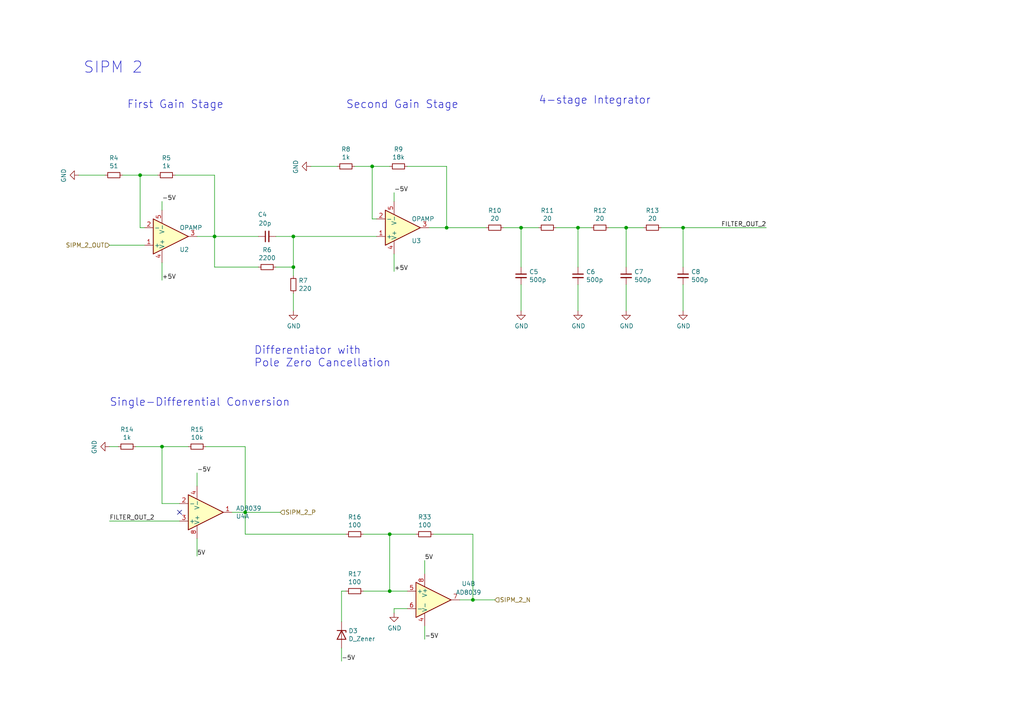
<source format=kicad_sch>
(kicad_sch (version 20211123) (generator eeschema)
  (paper "A4")
  (lib_symbols
    (symbol "Device:C_Small" (pin_numbers hide) (pin_names (offset 0.254) hide)
      (property "Reference" "C" (at 0.254 1.778 0))
      (property "Value" "C_Small" (at 0.254 -2.032 0))
      (symbol "C_Small_0_1"
        (polyline (pts (xy -1.524 -0.508) (xy 1.524 -0.508)) (stroke (width 0.3302)))
        (polyline (pts (xy -1.524 0.508) (xy 1.524 0.508)) (stroke (width 0.3048)))
      )
      (symbol "C_Small_1_1"
        (pin passive line (at 0 2.54 270) (length 2.032) (name "~") (number "1"))
        (pin passive line (at 0 -2.54 90) (length 2.032) (name "~") (number "2"))
      )
    )
    (symbol "Device:D_Zener" (pin_numbers hide) (pin_names (offset 1.016) hide)
      (property "Reference" "D" (at 0 2.54 0))
      (property "Value" "D_Zener" (at 0 -2.54 0))
      (symbol "D_Zener_0_1"
        (polyline (pts (xy 1.27 0) (xy -1.27 0)))
        (polyline (pts (xy -1.27 -1.27) (xy -1.27 1.27) (xy -0.762 1.27)) (stroke (width 0.254)))
        (polyline (pts (xy 1.27 -1.27) (xy 1.27 1.27) (xy -1.27 0) (xy 1.27 -1.27)) (stroke (width 0.254)))
      )
      (symbol "D_Zener_1_1"
        (pin passive line (at -3.81 0 0) (length 2.54) (name "K") (number "1"))
        (pin passive line (at 3.81 0 180) (length 2.54) (name "A") (number "2"))
      )
    )
    (symbol "Device:R_Small" (pin_numbers hide) (pin_names (offset 0.254) hide)
      (property "Reference" "R" (at 0.762 0.508 0))
      (property "Value" "R_Small" (at 0.762 -1.016 0))
      (symbol "R_Small_0_1"
        (rectangle (start -0.762 1.778) (end 0.762 -1.778) (stroke (width 0.2032)))
      )
      (symbol "R_Small_1_1"
        (pin passive line (at 0 2.54 270) (length 0.762) (name "~") (number "1"))
        (pin passive line (at 0 -2.54 90) (length 0.762) (name "~") (number "2"))
      )
    )
    (symbol "nnbar:AD8039" (pin_names (offset 0.254))
      (property "Reference" "U" (at 3.81 3.175 0))
      (property "Value" "AD8039" (at 3.81 -3.175 0))
      (symbol "AD8039_0_1"
        (polyline (pts (xy 5.08 0) (xy -5.08 5.08) (xy -5.08 -5.08) (xy 5.08 0)) (stroke (width 0.254)) (fill (type background)))
      )
      (symbol "AD8039_1_1"
        (pin output line (at 7.62 0 180) (length 2.54) (name "~") (number "1"))
        (pin input line (at -7.62 -2.54 0) (length 2.54) (name "-") (number "2"))
        (pin input line (at -7.62 2.54 0) (length 2.54) (name "+") (number "3"))
        (pin power_in line (at -2.54 -7.62 90) (length 3.81) (name "V-") (number "4"))
        (pin power_in line (at -2.54 7.62 270) (length 3.81) (name "V+") (number "8"))
      )
      (symbol "AD8039_2_1"
        (pin power_in line (at -2.54 -7.62 90) (length 3.81) (name "V-") (number "4"))
        (pin input line (at -7.62 2.54 0) (length 2.54) (name "+") (number "5"))
        (pin input line (at -7.62 -2.54 0) (length 2.54) (name "-") (number "6"))
        (pin output line (at 7.62 0 180) (length 2.54) (name "~") (number "7"))
        (pin power_in line (at -2.54 7.62 270) (length 3.81) (name "V+") (number "8"))
      )
    )
    (symbol "power:GND" (power) (pin_names (offset 0))
      (property "Value" "GND" (at 0 -3.81 0))
      (symbol "GND_0_1"
        (polyline (pts (xy 0 0) (xy 0 -1.27) (xy 1.27 -1.27) (xy 0 -2.54) (xy -1.27 -1.27) (xy 0 -1.27)))
      )
      (symbol "GND_1_1"
        (pin power_in line (at 0 0 270) (length 0) hide (name "GND") (number "1"))
      )
    )
    (symbol "pspice:OPAMP" (pin_names (offset 0.254))
      (property "Reference" "U" (at 3.81 3.175 0))
      (property "Value" "OPAMP" (at 3.81 -3.175 0))
      (symbol "OPAMP_0_1"
        (polyline (pts (xy 5.08 0) (xy -5.08 5.08) (xy -5.08 -5.08) (xy 5.08 0)) (stroke (width 0.254)) (fill (type background)))
      )
      (symbol "OPAMP_1_1"
        (pin input line (at -7.62 2.54 0) (length 2.54) (name "+") (number "1"))
        (pin input line (at -7.62 -2.54 0) (length 2.54) (name "-") (number "2"))
        (pin output line (at 7.62 0 180) (length 2.54) (name "~") (number "3"))
        (pin power_in line (at -2.54 7.62 270) (length 3.81) (name "V+") (number "4"))
        (pin power_in line (at -2.54 -7.62 90) (length 3.81) (name "V-") (number "5"))
      )
    )
  )
  (junction (at 62.23 68.58))
  (junction (at 181.61 66.04))
  (junction (at 129.54 66.04))
  (junction (at 151.13 66.04))
  (junction (at 85.09 77.47))
  (junction (at 107.95 48.26))
  (junction (at 137.16 173.99))
  (junction (at 71.12 148.59))
  (junction (at 113.03 171.45))
  (junction (at 198.12 66.04))
  (junction (at 46.99 129.54))
  (junction (at 40.64 50.8))
  (junction (at 167.64 66.04))
  (junction (at 113.03 154.94))
  (junction (at 85.09 68.58))
  (no_connect (at 52.07 148.59))
  (wire (pts (xy 113.03 154.94) (xy 120.65 154.94)))
  (wire (pts (xy 171.45 66.04) (xy 167.64 66.04)))
  (wire (pts (xy 198.12 90.17) (xy 198.12 82.55)))
  (wire (pts (xy 137.16 154.94) (xy 137.16 173.99)))
  (wire (pts (xy 176.53 66.04) (xy 181.61 66.04)))
  (wire (pts (xy 62.23 68.58) (xy 74.93 68.58)))
  (wire (pts (xy 40.64 66.04) (xy 41.91 66.04)))
  (wire (pts (xy 114.3 176.53) (xy 118.11 176.53)))
  (wire (pts (xy 39.37 129.54) (xy 46.99 129.54)))
  (wire (pts (xy 129.54 48.26) (xy 129.54 66.04)))
  (wire (pts (xy 46.99 81.28) (xy 46.99 76.2)))
  (wire (pts (xy 107.95 63.5) (xy 109.22 63.5)))
  (wire (pts (xy 35.56 50.8) (xy 40.64 50.8)))
  (wire (pts (xy 129.54 66.04) (xy 124.46 66.04)))
  (wire (pts (xy 59.69 129.54) (xy 71.12 129.54)))
  (wire (pts (xy 181.61 90.17) (xy 181.61 82.55)))
  (wire (pts (xy 123.19 185.42) (xy 123.19 181.61)))
  (wire (pts (xy 71.12 148.59) (xy 67.31 148.59)))
  (wire (pts (xy 85.09 77.47) (xy 85.09 80.01)))
  (wire (pts (xy 85.09 68.58) (xy 109.22 68.58)))
  (wire (pts (xy 71.12 154.94) (xy 100.33 154.94)))
  (wire (pts (xy 222.25 66.04) (xy 198.12 66.04)))
  (wire (pts (xy 57.15 156.21) (xy 57.15 161.29)))
  (wire (pts (xy 50.8 50.8) (xy 62.23 50.8)))
  (wire (pts (xy 46.99 146.05) (xy 46.99 129.54)))
  (wire (pts (xy 114.3 55.88) (xy 114.3 58.42)))
  (wire (pts (xy 71.12 129.54) (xy 71.12 148.59)))
  (wire (pts (xy 146.05 66.04) (xy 151.13 66.04)))
  (wire (pts (xy 123.19 162.56) (xy 123.19 166.37)))
  (wire (pts (xy 57.15 137.16) (xy 57.15 140.97)))
  (wire (pts (xy 85.09 68.58) (xy 85.09 77.47)))
  (wire (pts (xy 113.03 171.45) (xy 113.03 154.94)))
  (wire (pts (xy 118.11 48.26) (xy 129.54 48.26)))
  (wire (pts (xy 167.64 66.04) (xy 167.64 77.47)))
  (wire (pts (xy 151.13 66.04) (xy 151.13 77.47)))
  (wire (pts (xy 181.61 66.04) (xy 181.61 77.47)))
  (wire (pts (xy 71.12 148.59) (xy 81.28 148.59)))
  (wire (pts (xy 99.06 180.34) (xy 99.06 171.45)))
  (wire (pts (xy 114.3 177.8) (xy 114.3 176.53)))
  (wire (pts (xy 52.07 146.05) (xy 46.99 146.05)))
  (wire (pts (xy 151.13 66.04) (xy 156.21 66.04)))
  (wire (pts (xy 105.41 154.94) (xy 113.03 154.94)))
  (wire (pts (xy 31.75 71.12) (xy 41.91 71.12)))
  (wire (pts (xy 46.99 58.42) (xy 46.99 60.96)))
  (wire (pts (xy 181.61 66.04) (xy 186.69 66.04)))
  (wire (pts (xy 99.06 187.96) (xy 99.06 191.77)))
  (wire (pts (xy 107.95 48.26) (xy 113.03 48.26)))
  (wire (pts (xy 31.75 151.13) (xy 52.07 151.13)))
  (wire (pts (xy 198.12 66.04) (xy 198.12 77.47)))
  (wire (pts (xy 62.23 68.58) (xy 62.23 77.47)))
  (wire (pts (xy 71.12 148.59) (xy 71.12 154.94)))
  (wire (pts (xy 161.29 66.04) (xy 167.64 66.04)))
  (wire (pts (xy 140.97 66.04) (xy 129.54 66.04)))
  (wire (pts (xy 191.77 66.04) (xy 198.12 66.04)))
  (wire (pts (xy 97.79 48.26) (xy 90.17 48.26)))
  (wire (pts (xy 114.3 78.74) (xy 114.3 73.66)))
  (wire (pts (xy 125.73 154.94) (xy 137.16 154.94)))
  (wire (pts (xy 40.64 50.8) (xy 45.72 50.8)))
  (wire (pts (xy 151.13 90.17) (xy 151.13 82.55)))
  (wire (pts (xy 143.51 173.99) (xy 137.16 173.99)))
  (wire (pts (xy 30.48 50.8) (xy 22.86 50.8)))
  (wire (pts (xy 85.09 90.17) (xy 85.09 85.09)))
  (wire (pts (xy 40.64 50.8) (xy 40.64 66.04)))
  (wire (pts (xy 102.87 48.26) (xy 107.95 48.26)))
  (wire (pts (xy 99.06 171.45) (xy 100.33 171.45)))
  (wire (pts (xy 133.35 173.99) (xy 137.16 173.99)))
  (wire (pts (xy 167.64 90.17) (xy 167.64 82.55)))
  (wire (pts (xy 80.01 68.58) (xy 85.09 68.58)))
  (wire (pts (xy 46.99 129.54) (xy 54.61 129.54)))
  (wire (pts (xy 62.23 50.8) (xy 62.23 68.58)))
  (wire (pts (xy 34.29 129.54) (xy 31.75 129.54)))
  (wire (pts (xy 62.23 68.58) (xy 57.15 68.58)))
  (wire (pts (xy 118.11 171.45) (xy 113.03 171.45)))
  (wire (pts (xy 80.01 77.47) (xy 85.09 77.47)))
  (wire (pts (xy 62.23 77.47) (xy 74.93 77.47)))
  (wire (pts (xy 107.95 48.26) (xy 107.95 63.5)))
  (wire (pts (xy 105.41 171.45) (xy 113.03 171.45)))
  (text "First Gain Stage" (at 36.83 31.75 0) (effects (font (size 2.2606 2.2606)) (justify left bottom)))
  (text "Second Gain Stage" (at 100.33 31.75 0) (effects (font (size 2.2606 2.2606)) (justify left bottom)))
  (text "Differentiator with\nPole Zero Cancellation" (at 73.66 106.68 0) (effects (font (size 2.2606 2.2606)) (justify left bottom)))
  (text "Single-Differential Conversion" (at 31.75 118.11 0) (effects (font (size 2.2606 2.2606)) (justify left bottom)))
  (text "SIPM 2" (at 24.13 21.59 0) (effects (font (size 3.2512 3.2512)) (justify left bottom)))
  (text "4-stage Integrator" (at 156.21 30.48 0) (effects (font (size 2.2606 2.2606)) (justify left bottom)))
  (label "-5V" (at 57.15 137.16 0) (effects (font (size 1.2446 1.2446))))
  (label "-5V" (at 114.3 55.88 0))
  (label "+5V" (at 46.99 81.28 0))
  (label "-5V" (at 99.06 191.77 0) (effects (font (size 1.2446 1.2446))))
  (label "FILTER_OUT_2" (at 222.25 66.04 180))
  (label "5V" (at 57.15 161.29 0) (effects (font (size 1.2446 1.2446))))
  (label "-5V" (at 46.99 58.42 0))
  (label "+5V" (at 114.3 78.74 0))
  (label "FILTER_OUT_2" (at 31.75 151.13 0))
  (label "5V" (at 123.19 162.56 0) (effects (font (size 1.2446 1.2446))))
  (label "-5V" (at 123.19 185.42 0) (effects (font (size 1.2446 1.2446))))
  (hierarchical_label "SIPM_2_N" (shape input) (at 143.51 173.99 0) (effects (font (size 1.2446 1.2446))))
  (hierarchical_label "SIPM_2_OUT" (shape input) (at 31.75 71.12 180) (effects (font (size 1.2446 1.2446))))
  (hierarchical_label "SIPM_2_P" (shape input) (at 81.28 148.59 0) (effects (font (size 1.2446 1.2446))))
  (symbol (lib_id "power:GND") (at 90.17 48.26 270) (unit 1)
    (property "Reference" "#PWR09" (effects hide))
    (property "Value" "GND" (at 85.7758 48.387 0))
  )
  (symbol (lib_id "pspice:OPAMP") (at 116.84 66.04 0) (mirror x) (unit 1)
    (property "Reference" "U3" (at 119.38 69.85 0) (effects (justify left)))
    (property "Value" "OPAMP" (at 119.38 63.5 0) (effects (justify left)))
    (property "Footprint" "nnbar-calo-prototype:OPA846" (effects hide))
  )
  (symbol (lib_id "Device:R_Small") (at 115.57 48.26 270) (unit 1)
    (property "Reference" "R9" (at 115.57 43.2816 90))
    (property "Value" "18k" (at 115.57 45.593 90))
    (property "Footprint" "Resistor_SMD:R_0603_1608Metric" (effects hide))
  )
  (symbol (lib_id "Device:R_Small") (at 100.33 48.26 270) (unit 1)
    (property "Reference" "R8" (at 100.33 43.2816 90))
    (property "Value" "1k" (at 100.33 45.593 90))
    (property "Footprint" "Resistor_SMD:R_0603_1608Metric" (effects hide))
  )
  (symbol (lib_id "power:GND") (at 85.09 90.17 0) (unit 1)
    (property "Reference" "#PWR08" (effects hide))
    (property "Value" "GND" (at 85.217 94.5642 0))
  )
  (symbol (lib_id "power:GND") (at 22.86 50.8 270) (unit 1)
    (property "Reference" "#PWR07" (effects hide))
    (property "Value" "GND" (at 18.4658 50.927 0))
  )
  (symbol (lib_id "pspice:OPAMP") (at 49.53 68.58 0) (mirror x) (unit 1)
    (property "Reference" "U2" (at 52.07 72.39 0) (effects (justify left)))
    (property "Value" "OPAMP" (at 52.07 66.04 0) (effects (justify left)))
    (property "Footprint" "nnbar-calo-prototype:OPA846" (effects hide))
  )
  (symbol (lib_id "Device:C_Small") (at 77.47 68.58 90) (unit 1)
    (property "Reference" "C4" (at 77.47 62.23 90) (effects (justify left)))
    (property "Value" "20p" (at 78.74 64.77 90) (effects (justify left)))
    (property "Footprint" "Capacitor_SMD:C_0603_1608Metric" (effects hide))
  )
  (symbol (lib_id "Device:R_Small") (at 85.09 82.55 0) (unit 1)
    (property "Reference" "R7" (at 86.5886 81.3816 0) (effects (justify left)))
    (property "Value" "220" (at 86.5886 83.693 0) (effects (justify left)))
    (property "Footprint" "Resistor_SMD:R_0603_1608Metric" (effects hide))
  )
  (symbol (lib_id "Device:R_Small") (at 77.47 77.47 90) (unit 1)
    (property "Reference" "R6" (at 77.47 72.4916 90))
    (property "Value" "2200" (at 77.47 74.803 90))
    (property "Footprint" "Resistor_SMD:R_0603_1608Metric" (effects hide))
  )
  (symbol (lib_id "Device:R_Small") (at 48.26 50.8 270) (unit 1)
    (property "Reference" "R5" (at 48.26 45.8216 90))
    (property "Value" "1k" (at 48.26 48.133 90))
    (property "Footprint" "Resistor_SMD:R_0603_1608Metric" (effects hide))
  )
  (symbol (lib_id "Device:R_Small") (at 33.02 50.8 270) (unit 1)
    (property "Reference" "R4" (at 33.02 45.8216 90))
    (property "Value" "51" (at 33.02 48.133 90))
    (property "Footprint" "Resistor_SMD:R_0603_1608Metric" (effects hide))
  )
  (symbol (lib_id "Device:R_Small") (at 143.51 66.04 90) (unit 1)
    (property "Reference" "R10" (at 143.51 61.0616 90))
    (property "Value" "20" (at 143.51 63.373 90))
    (property "Footprint" "Resistor_SMD:R_0603_1608Metric" (effects hide))
  )
  (symbol (lib_id "Device:C_Small") (at 151.13 80.01 0) (unit 1)
    (property "Reference" "C5" (at 153.4668 78.8416 0) (effects (justify left)))
    (property "Value" "500p" (at 153.4668 81.153 0) (effects (justify left)))
    (property "Footprint" "Capacitor_SMD:C_0603_1608Metric" (effects hide))
  )
  (symbol (lib_id "power:GND") (at 151.13 90.17 0) (unit 1)
    (property "Reference" "#PWR010" (effects hide))
    (property "Value" "GND" (at 151.257 94.5642 0))
  )
  (symbol (lib_id "power:GND") (at 167.64 90.17 0) (unit 1)
    (property "Reference" "#PWR011" (effects hide))
    (property "Value" "GND" (at 167.767 94.5642 0))
  )
  (symbol (lib_id "Device:C_Small") (at 167.64 80.01 0) (unit 1)
    (property "Reference" "C6" (at 169.9768 78.8416 0) (effects (justify left)))
    (property "Value" "500p" (at 169.9768 81.153 0) (effects (justify left)))
    (property "Footprint" "Capacitor_SMD:C_0603_1608Metric" (effects hide))
  )
  (symbol (lib_id "Device:R_Small") (at 158.75 66.04 90) (unit 1)
    (property "Reference" "R11" (at 158.75 61.0616 90))
    (property "Value" "20" (at 158.75 63.373 90))
    (property "Footprint" "Resistor_SMD:R_0603_1608Metric" (effects hide))
  )
  (symbol (lib_id "Device:R_Small") (at 173.99 66.04 90) (unit 1)
    (property "Reference" "R12" (at 173.99 61.0616 90))
    (property "Value" "20" (at 173.99 63.373 90))
    (property "Footprint" "Resistor_SMD:R_0603_1608Metric" (effects hide))
  )
  (symbol (lib_id "Device:C_Small") (at 181.61 80.01 0) (unit 1)
    (property "Reference" "C7" (at 183.9468 78.8416 0) (effects (justify left)))
    (property "Value" "500p" (at 183.9468 81.153 0) (effects (justify left)))
    (property "Footprint" "Capacitor_SMD:C_0603_1608Metric" (effects hide))
  )
  (symbol (lib_id "power:GND") (at 181.61 90.17 0) (unit 1)
    (property "Reference" "#PWR012" (effects hide))
    (property "Value" "GND" (at 181.737 94.5642 0))
  )
  (symbol (lib_id "power:GND") (at 198.12 90.17 0) (unit 1)
    (property "Reference" "#PWR013" (effects hide))
    (property "Value" "GND" (at 198.247 94.5642 0))
  )
  (symbol (lib_id "Device:C_Small") (at 198.12 80.01 0) (unit 1)
    (property "Reference" "C8" (at 200.4568 78.8416 0) (effects (justify left)))
    (property "Value" "500p" (at 200.4568 81.153 0) (effects (justify left)))
    (property "Footprint" "Capacitor_SMD:C_0603_1608Metric" (effects hide))
  )
  (symbol (lib_id "Device:R_Small") (at 189.23 66.04 90) (unit 1)
    (property "Reference" "R13" (at 189.23 61.0616 90))
    (property "Value" "20" (at 189.23 63.373 90))
    (property "Footprint" "Resistor_SMD:R_0603_1608Metric" (effects hide))
  )
  (symbol (lib_id "Device:R_Small") (at 36.83 129.54 270) (unit 1)
    (property "Reference" "R14" (at 36.83 124.5616 90))
    (property "Value" "1k" (at 36.83 126.873 90))
    (property "Footprint" "Resistor_SMD:R_0603_1608Metric" (effects hide))
  )
  (symbol (lib_id "Device:R_Small") (at 57.15 129.54 270) (unit 1)
    (property "Reference" "R15" (at 57.15 124.5616 90))
    (property "Value" "10k" (at 57.15 126.873 90))
    (property "Footprint" "Resistor_SMD:R_0603_1608Metric" (effects hide))
  )
  (symbol (lib_id "power:GND") (at 31.75 129.54 270) (unit 1)
    (property "Reference" "#PWR0101" (effects hide))
    (property "Value" "GND" (at 27.3558 129.667 0))
  )
  (symbol (lib_id "Device:R_Small") (at 102.87 154.94 270) (unit 1)
    (property "Reference" "R16" (at 102.87 149.9616 90))
    (property "Value" "100" (at 102.87 152.273 90))
    (property "Footprint" "Resistor_SMD:R_0603_1608Metric" (effects hide))
  )
  (symbol (lib_id "Device:R_Small") (at 123.19 154.94 270) (unit 1)
    (property "Reference" "R33" (at 123.19 149.9616 90))
    (property "Value" "100" (at 123.19 152.273 90))
    (property "Footprint" "Resistor_SMD:R_0603_1608Metric" (effects hide))
  )
  (symbol (lib_id "power:GND") (at 114.3 177.8 0) (unit 1)
    (property "Reference" "#PWR0102" (effects hide))
    (property "Value" "GND" (at 114.427 182.1942 0))
  )
  (symbol (lib_id "Device:D_Zener") (at 99.06 184.15 270) (unit 1)
    (property "Reference" "D3" (at 101.0666 182.9816 90) (effects (justify left)))
    (property "Value" "D_Zener" (at 101.0666 185.293 90) (effects (justify left)))
    (property "Footprint" "Diode_SMD:D_0603_1608Metric_Pad1.05x0.95mm_HandSolder" (effects hide))
  )
  (symbol (lib_id "Device:R_Small") (at 102.87 171.45 270) (unit 1)
    (property "Reference" "R17" (at 102.87 166.4716 90))
    (property "Value" "100" (at 102.87 168.783 90))
    (property "Footprint" "Resistor_SMD:R_0603_1608Metric" (effects hide))
  )
  (symbol (lib_id "nnbar:AD8039") (at 59.69 148.59 0) (mirror x) (unit 1)
    (property "Reference" "U4" (at 68.4276 149.7584 0) (effects (justify left)))
    (property "Value" "AD8039" (at 68.4276 147.447 0) (effects (justify left)))
    (property "Footprint" "Package_SO:SOIC-8_3.9x4.9mm_P1.27mm" (effects hide))
  )
  (symbol (lib_id "nnbar:AD8039") (at 125.73 173.99 0) (unit 2)
    (property "Reference" "U4" (at 135.89 169.291 0))
    (property "Value" "AD8039" (at 135.89 171.831 0))
    (property "Footprint" "Package_SO:SOIC-8_3.9x4.9mm_P1.27mm" (effects hide))
  )
)
</source>
